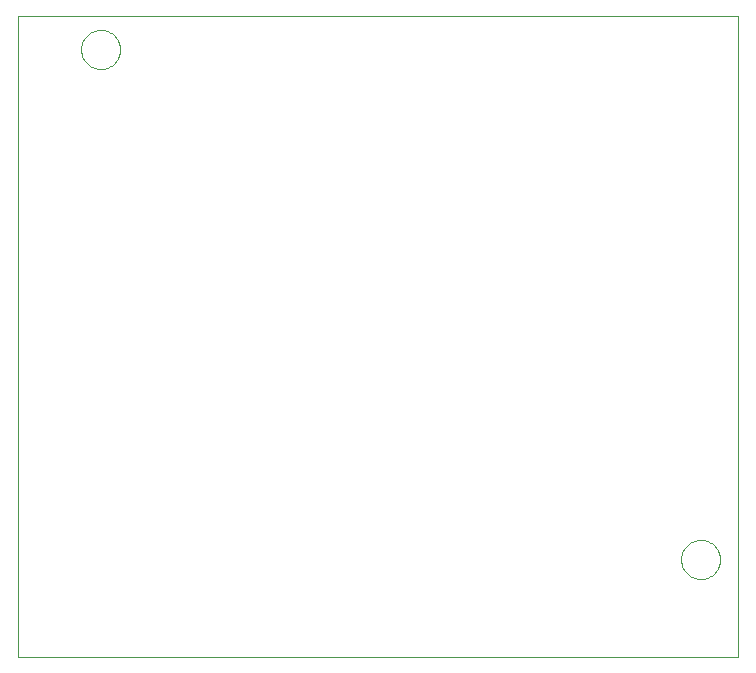
<source format=gbp>
G75*
%MOIN*%
%OFA0B0*%
%FSLAX24Y24*%
%IPPOS*%
%LPD*%
%AMOC8*
5,1,8,0,0,1.08239X$1,22.5*
%
%ADD10C,0.0000*%
D10*
X006002Y000100D02*
X006002Y021470D01*
X029994Y021470D01*
X029994Y000100D01*
X006002Y000100D01*
X028102Y003350D02*
X028104Y003400D01*
X028110Y003450D01*
X028120Y003500D01*
X028133Y003548D01*
X028150Y003596D01*
X028171Y003642D01*
X028195Y003686D01*
X028223Y003728D01*
X028254Y003768D01*
X028288Y003805D01*
X028325Y003840D01*
X028364Y003871D01*
X028405Y003900D01*
X028449Y003925D01*
X028495Y003947D01*
X028542Y003965D01*
X028590Y003979D01*
X028639Y003990D01*
X028689Y003997D01*
X028739Y004000D01*
X028790Y003999D01*
X028840Y003994D01*
X028890Y003985D01*
X028938Y003973D01*
X028986Y003956D01*
X029032Y003936D01*
X029077Y003913D01*
X029120Y003886D01*
X029160Y003856D01*
X029198Y003823D01*
X029233Y003787D01*
X029266Y003748D01*
X029295Y003707D01*
X029321Y003664D01*
X029344Y003619D01*
X029363Y003572D01*
X029378Y003524D01*
X029390Y003475D01*
X029398Y003425D01*
X029402Y003375D01*
X029402Y003325D01*
X029398Y003275D01*
X029390Y003225D01*
X029378Y003176D01*
X029363Y003128D01*
X029344Y003081D01*
X029321Y003036D01*
X029295Y002993D01*
X029266Y002952D01*
X029233Y002913D01*
X029198Y002877D01*
X029160Y002844D01*
X029120Y002814D01*
X029077Y002787D01*
X029032Y002764D01*
X028986Y002744D01*
X028938Y002727D01*
X028890Y002715D01*
X028840Y002706D01*
X028790Y002701D01*
X028739Y002700D01*
X028689Y002703D01*
X028639Y002710D01*
X028590Y002721D01*
X028542Y002735D01*
X028495Y002753D01*
X028449Y002775D01*
X028405Y002800D01*
X028364Y002829D01*
X028325Y002860D01*
X028288Y002895D01*
X028254Y002932D01*
X028223Y002972D01*
X028195Y003014D01*
X028171Y003058D01*
X028150Y003104D01*
X028133Y003152D01*
X028120Y003200D01*
X028110Y003250D01*
X028104Y003300D01*
X028102Y003350D01*
X008102Y020350D02*
X008104Y020400D01*
X008110Y020450D01*
X008120Y020500D01*
X008133Y020548D01*
X008150Y020596D01*
X008171Y020642D01*
X008195Y020686D01*
X008223Y020728D01*
X008254Y020768D01*
X008288Y020805D01*
X008325Y020840D01*
X008364Y020871D01*
X008405Y020900D01*
X008449Y020925D01*
X008495Y020947D01*
X008542Y020965D01*
X008590Y020979D01*
X008639Y020990D01*
X008689Y020997D01*
X008739Y021000D01*
X008790Y020999D01*
X008840Y020994D01*
X008890Y020985D01*
X008938Y020973D01*
X008986Y020956D01*
X009032Y020936D01*
X009077Y020913D01*
X009120Y020886D01*
X009160Y020856D01*
X009198Y020823D01*
X009233Y020787D01*
X009266Y020748D01*
X009295Y020707D01*
X009321Y020664D01*
X009344Y020619D01*
X009363Y020572D01*
X009378Y020524D01*
X009390Y020475D01*
X009398Y020425D01*
X009402Y020375D01*
X009402Y020325D01*
X009398Y020275D01*
X009390Y020225D01*
X009378Y020176D01*
X009363Y020128D01*
X009344Y020081D01*
X009321Y020036D01*
X009295Y019993D01*
X009266Y019952D01*
X009233Y019913D01*
X009198Y019877D01*
X009160Y019844D01*
X009120Y019814D01*
X009077Y019787D01*
X009032Y019764D01*
X008986Y019744D01*
X008938Y019727D01*
X008890Y019715D01*
X008840Y019706D01*
X008790Y019701D01*
X008739Y019700D01*
X008689Y019703D01*
X008639Y019710D01*
X008590Y019721D01*
X008542Y019735D01*
X008495Y019753D01*
X008449Y019775D01*
X008405Y019800D01*
X008364Y019829D01*
X008325Y019860D01*
X008288Y019895D01*
X008254Y019932D01*
X008223Y019972D01*
X008195Y020014D01*
X008171Y020058D01*
X008150Y020104D01*
X008133Y020152D01*
X008120Y020200D01*
X008110Y020250D01*
X008104Y020300D01*
X008102Y020350D01*
M02*

</source>
